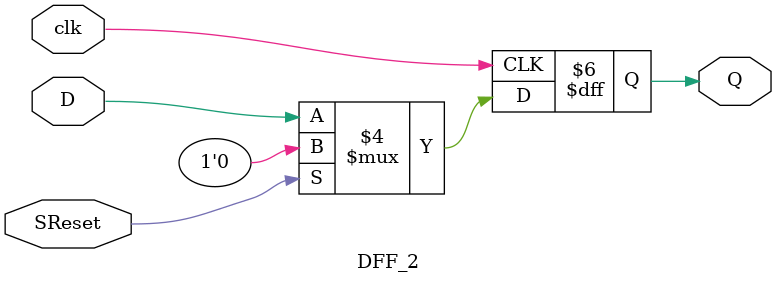
<source format=v>
 module DFF_2(D,SReset,clk,Q);
	input D;
	input SReset;
	input clk;
	output reg Q;
	always @ (posedge clk)
		if(SReset==1)
		Q <= 0;
		else
		Q <= D;
 endmodule

</source>
